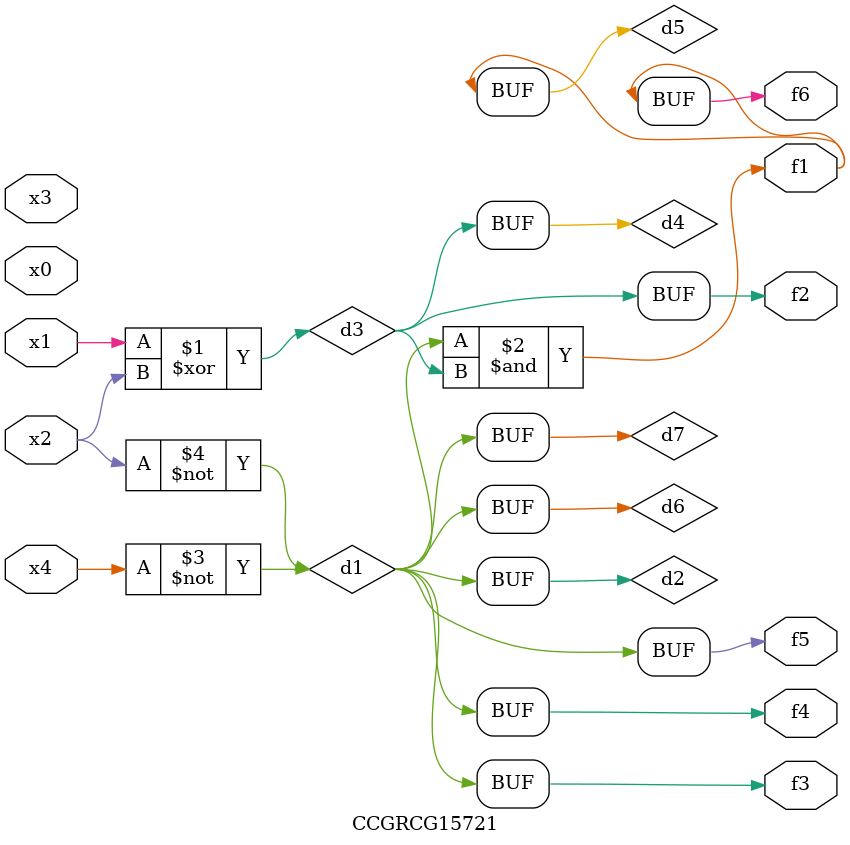
<source format=v>
module CCGRCG15721(
	input x0, x1, x2, x3, x4,
	output f1, f2, f3, f4, f5, f6
);

	wire d1, d2, d3, d4, d5, d6, d7;

	not (d1, x4);
	not (d2, x2);
	xor (d3, x1, x2);
	buf (d4, d3);
	and (d5, d1, d3);
	buf (d6, d1, d2);
	buf (d7, d2);
	assign f1 = d5;
	assign f2 = d4;
	assign f3 = d7;
	assign f4 = d7;
	assign f5 = d7;
	assign f6 = d5;
endmodule

</source>
